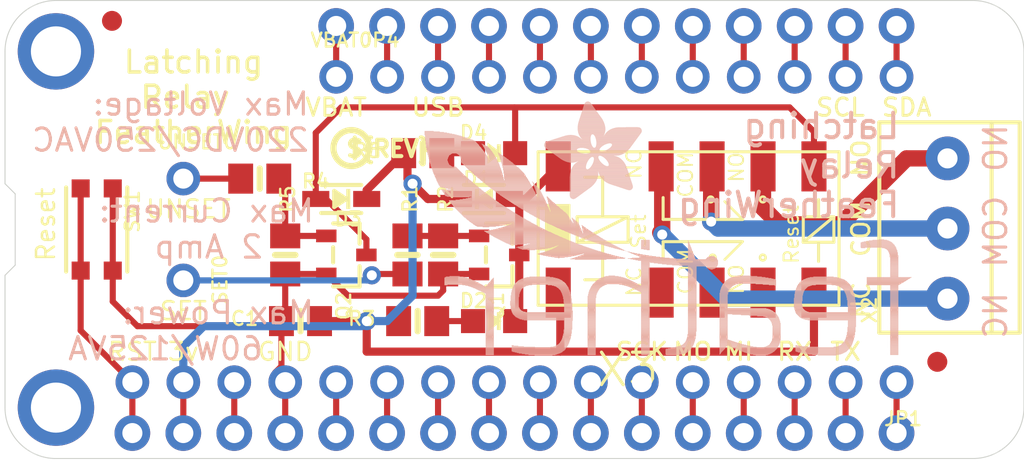
<source format=kicad_pcb>
(kicad_pcb (version 20221018) (generator pcbnew)
  (layers (0 "F.Cu" signal) (1 "In1.Cu" signal) (2 "In2.Cu" signal) (3 "In3.Cu" signal) (4 "In4.Cu" signal) (5 "In5.Cu" signal) (6 "In6.Cu" signal) (7 "In7.Cu" signal) (8 "In8.Cu" signal) (9 "In9.Cu" signal) (10 "In10.Cu" signal) (11 "In11.Cu" signal) (12 "In12.Cu" signal) (13 "In13.Cu" signal) (14 "In14.Cu" signal) (31 "B.Cu" signal) (34 "B.Paste" user) (35 "F.Paste" user) (36 "B.SilkS" user "B.Silkscreen") (37 "F.SilkS" user "F.Silkscreen") (38 "B.Mask" user) (39 "F.Mask" user) (44 "Edge.Cuts" user))
  (net 0 "")
  (net 1 "GND")
  (net 2 "SDA")
  (net 3 "SCL")
  (net 4 "VBAT")
  (net 5 "3.3V")
  (net 6 "N$14")
  (net 7 "USB")
  (net 8 "N$15")
  (net 9 "N$16")
  (net 10 "N$17")
  (net 11 "N$18")
  (net 12 "N$19")
  (net 13 "N$20")
  (net 14 "N$21")
  (net 15 "N$2")
  (net 16 "N$3")
  (net 17 "N$4")
  (net 18 "N$5")
  (net 19 "N$6")
  (net 20 "N$7")
  (net 21 "N$8")
  (net 22 "N$9")
  (net 23 "N$10")
  (net 24 "N$11")
  (net 25 "N$12")
  (net 26 "N$13")
  (net 27 "N$23")
  (net 28 "RESET")
  (net 29 "N$1")
  (net 30 "N$22")
  (net 31 "COM1")
  (net 32 "NO1")
  (net 33 "N$24")
  (net 34 "N$26")
  (net 35 "N$28")
  (net 36 "N$25")
  (net 37 "N$27")
  (net 38 "N$29")
  (net 39 "N$30")
  (footprint "working:1X01_ROUND" (layer "F.Cu") (at 131.9911 107.5436 -90)
    (fp_text reference "SET0" (at -1.3462 -1.8288 90) (layer "F.SilkS") (effects (font (size 0.692831 0.692831) (thickness 0.119969)) (justify right)))
    (fp_text value "")
    (pad "1" thru_hole circle (at 0 0) (size 1.6764 1.6764) (drill 1) (layers "*.Cu" "*.Mask") (net 33 "N$24"))
  )
  (footprint "working:CHIPLED_0805_NOOUTLINE" (layer "F.Cu") (at 147.4851 101.1936 -90)
    (fp_text reference "D4" (at -1.016 1.778) (layer "F.SilkS") (effects (font (size 0.692831 0.692831) (thickness 0.119969)) (justify left)))
    (fp_text value "RED")
    (pad "A" smd rect (at 0 1.05 270) (size 1.2 1.2) (layers "F.Cu" "F.Paste" "F.Mask") (net 39 "N$30"))
    (pad "C" smd rect (at 0 -1.05 270) (size 1.2 1.2) (layers "F.Cu" "F.Paste" "F.Mask") (net 36 "N$25"))
  )
  (footprint "working:0805-NO" (layer "F.Cu") (at 135.8011 102.4636)
    (fp_text reference "R4" (at 2.032 0.127) (layer "F.SilkS") (effects (font (size 0.692831 0.692831) (thickness 0.119969)) (justify left)))
    (fp_text value "1K")
    (pad "1" smd rect (at -0.95 0) (size 1.24 1.5) (layers "F.Cu" "F.Paste" "F.Mask") (net 38 "N$29"))
    (pad "2" smd rect (at 0.95 0) (size 1.24 1.5) (layers "F.Cu" "F.Paste" "F.Mask") (net 37 "N$27"))
  )
  (footprint "working:TERMBLOCK_1X3-3.5MM" (layer "F.Cu") (at 170.0911 105.0036 90)
    (fp_text reference "X2" (at -4.75 -3.89 90) (layer "F.SilkS") (effects (font (size 0.692831 0.692831) (thickness 0.119969)) (justify left)))
    (fp_text value "3.5mm")
    (pad "1" thru_hole circle (at 3.55 0 90) (size 2.1844 2.1844) (drill 1) (layers "*.Cu" "*.Mask") (net 32 "NO1"))
    (pad "2" thru_hole circle (at 0.05 0 90) (size 2.1844 2.1844) (drill 1) (layers "*.Cu" "*.Mask") (net 31 "COM1"))
    (pad "3" thru_hole circle (at -3.45 0 90) (size 2.1844 2.1844) (drill 1) (layers "*.Cu" "*.Mask") (net 35 "N$28"))
  )
  (footprint "working:0805-NO" (layer "F.Cu") (at 143.9291 101.1936 180)
    (fp_text reference "R6" (at 2.032 0.127) (layer "F.SilkS") (effects (font (size 0.692831 0.692831) (thickness 0.119969)) (justify right)))
    (fp_text value "1K")
    (pad "1" smd rect (at -0.95 0 180) (size 1.24 1.5) (layers "F.Cu" "F.Paste" "F.Mask") (net 39 "N$30"))
    (pad "2" smd rect (at 0.95 0 180) (size 1.24 1.5) (layers "F.Cu" "F.Paste" "F.Mask") (net 5 "3.3V"))
  )
  (footprint "working:0805-NO" (layer "F.Cu") (at 137.8331 109.5756 180)
    (fp_text reference "C1" (at 2.032 0.127) (layer "F.SilkS") (effects (font (size 0.692831 0.692831) (thickness 0.119969)) (justify right)))
    (fp_text value "10uF")
    (pad "1" smd rect (at -0.95 0 180) (size 1.24 1.5) (layers "F.Cu" "F.Paste" "F.Mask") (net 5 "3.3V"))
    (pad "2" smd rect (at 0.95 0 180) (size 1.24 1.5) (layers "F.Cu" "F.Paste" "F.Mask") (net 1 "GND"))
  )
  (footprint "working:SOT23-R" (layer "F.Cu") (at 140.1191 106.2736 -90)
    (fp_text reference "Q2" (at 1.778 0.127 90) (layer "F.SilkS") (effects (font (size 0.692831 0.692831) (thickness 0.119969)) (justify right)))
    (fp_text value "MMBT2222")
    (pad "1" smd rect (at -0.95 1 270) (size 0.635 1.016) (layers "F.Cu" "F.Paste" "F.Mask") (net 37 "N$27"))
    (pad "2" smd rect (at 0.95 1 270) (size 0.635 1.016) (layers "F.Cu" "F.Paste" "F.Mask") (net 1 "GND"))
    (pad "3" smd rect (at 0 -1 270) (size 0.635 1.016) (layers "F.Cu" "F.Paste" "F.Mask") (net 36 "N$25"))
  )
  (footprint "working:0805-NO" (layer "F.Cu") (at 143.1671 106.2736 90)
    (fp_text reference "R1" (at 2.032 0.127 90) (layer "F.SilkS") (effects (font (size 0.692831 0.692831) (thickness 0.119969)) (justify left)))
    (fp_text value "1K")
    (pad "1" smd rect (at -0.95 0 90) (size 1.24 1.5) (layers "F.Cu" "F.Paste" "F.Mask") (net 33 "N$24"))
    (pad "2" smd rect (at 0.95 0 90) (size 1.24 1.5) (layers "F.Cu" "F.Paste" "F.Mask") (net 30 "N$22"))
  )
  (footprint "working:FIDUCIAL_1MM" (layer "F.Cu") (at 169.5831 111.6076)
    (fp_text reference "FID3" hide)
    (fp_text value "FIDUCIAL\"\"" hide)
    (pad "1" smd roundrect (at 0 0) (size 1 1) (layers "F.Cu" "F.Mask") (roundrect_rratio 0.5))
  )
  (footprint "working:SOD-323" (layer "F.Cu") (at 146.9771 103.4796)
    (fp_text reference "D1" (at -1.1 -1) (layer "F.SilkS") (effects (font (size 0.692831 0.692831) (thickness 0.119969)) (justify left)))
    (fp_text value "1N4148")
    (pad "A" smd rect (at 1.27 0) (size 1.35 0.8) (layers "F.Cu" "F.Paste" "F.Mask") (net 29 "N$1"))
    (pad "C" smd rect (at -1.27 0) (size 1.35 0.8) (layers "F.Cu" "F.Paste" "F.Mask") (net 5 "3.3V"))
  )
  (footprint "working:1X01_ROUND" (layer "F.Cu") (at 139.6111 97.3836)
    (fp_text reference "VBAT0" (at -1.3462 -1.8288) (layer "F.SilkS") (effects (font (size 0.692831 0.692831) (thickness 0.119969)) (justify left)))
    (fp_text value "")
    (pad "1" thru_hole circle (at 0 0 90) (size 1.6764 1.6764) (drill 1) (layers "*.Cu" "*.Mask") (net 4 "VBAT"))
  )
  (footprint "working:0805-NO" (layer "F.Cu") (at 137.0711 106.2736 90)
    (fp_text reference "R5" (at 2.032 0.127 90) (layer "F.SilkS") (effects (font (size 0.692831 0.692831) (thickness 0.119969)) (justify left)))
    (fp_text value "10K")
    (pad "1" smd rect (at -0.95 0 90) (size 1.24 1.5) (layers "F.Cu" "F.Paste" "F.Mask") (net 1 "GND"))
    (pad "2" smd rect (at 0.95 0 90) (size 1.24 1.5) (layers "F.Cu" "F.Paste" "F.Mask") (net 37 "N$27"))
  )
  (footprint "working:FIDUCIAL_1MM" (layer "F.Cu") (at 128.4351 94.5896)
    (fp_text reference "FID2" hide)
    (fp_text value "FIDUCIAL\"\"" hide)
    (pad "1" smd roundrect (at 0 0) (size 1 1) (layers "F.Cu" "F.Mask") (roundrect_rratio 0.5))
  )
  (footprint "working:SOD-323" (layer "F.Cu") (at 139.8651 103.4796 180)
    (fp_text reference "D3" (at -1.1 -1) (layer "F.SilkS") (effects (font (size 0.692831 0.692831) (thickness 0.119969)) (justify right)))
    (fp_text value "1N4148")
    (pad "A" smd rect (at 1.27 0 180) (size 1.35 0.8) (layers "F.Cu" "F.Paste" "F.Mask") (net 36 "N$25"))
    (pad "C" smd rect (at -1.27 0 180) (size 1.35 0.8) (layers "F.Cu" "F.Paste" "F.Mask") (net 5 "3.3V"))
  )
  (footprint "working:1X01_ROUND" (layer "F.Cu") (at 131.9911 102.4636)
    (fp_text reference "UNSET0" (at -1.3462 -1.8288) (layer "F.SilkS") (effects (font (size 0.692831 0.692831) (thickness 0.119969)) (justify left)))
    (fp_text value "")
    (pad "1" thru_hole circle (at 0 0 90) (size 1.6764 1.6764) (drill 1) (layers "*.Cu" "*.Mask") (net 38 "N$29"))
  )
  (footprint "working:0805-NO" (layer "F.Cu") (at 143.6751 109.5756 180)
    (fp_text reference "R3" (at 2.032 0.127) (layer "F.SilkS") (effects (font (size 0.692831 0.692831) (thickness 0.119969)) (justify right)))
    (fp_text value "1K")
    (pad "1" smd rect (at -0.95 0 180) (size 1.24 1.5) (layers "F.Cu" "F.Paste" "F.Mask") (net 34 "N$26"))
    (pad "2" smd rect (at 0.95 0 180) (size 1.24 1.5) (layers "F.Cu" "F.Paste" "F.Mask") (net 5 "3.3V"))
  )
  (footprint "working:1X11_ROUND" (layer "F.Cu") (at 154.8511 97.3836)
    (fp_text reference "JP4" (at -14.0462 -1.8288) (layer "F.SilkS") (effects (font (size 0.692831 0.692831) (thickness 0.119969)) (justify left)))
    (fp_text value "")
    (pad "1" thru_hole circle (at -12.7 0 90) (size 1.6764 1.6764) (drill 1) (layers "*.Cu" "*.Mask") (net 6 "N$14"))
    (pad "2" thru_hole circle (at -10.16 0 90) (size 1.6764 1.6764) (drill 1) (layers "*.Cu" "*.Mask") (net 7 "USB"))
    (pad "3" thru_hole circle (at -7.62 0 90) (size 1.6764 1.6764) (drill 1) (layers "*.Cu" "*.Mask") (net 8 "N$15"))
    (pad "4" thru_hole circle (at -5.08 0 90) (size 1.6764 1.6764) (drill 1) (layers "*.Cu" "*.Mask") (net 9 "N$16"))
    (pad "5" thru_hole circle (at -2.54 0 90) (size 1.6764 1.6764) (drill 1) (layers "*.Cu" "*.Mask") (net 10 "N$17"))
    (pad "6" thru_hole circle (at 0 0 90) (size 1.6764 1.6764) (drill 1) (layers "*.Cu" "*.Mask") (net 11 "N$18"))
    (pad "7" thru_hole circle (at 2.54 0 90) (size 1.6764 1.6764) (drill 1) (layers "*.Cu" "*.Mask") (net 12 "N$19"))
    (pad "8" thru_hole circle (at 5.08 0 90) (size 1.6764 1.6764) (drill 1) (layers "*.Cu" "*.Mask") (net 13 "N$20"))
    (pad "9" thru_hole circle (at 7.62 0 90) (size 1.6764 1.6764) (drill 1) (layers "*.Cu" "*.Mask") (net 14 "N$21"))
    (pad "10" thru_hole circle (at 10.16 0 90) (size 1.6764 1.6764) (drill 1) (layers "*.Cu" "*.Mask") (net 3 "SCL"))
    (pad "11" thru_hole circle (at 12.7 0 90) (size 1.6764 1.6764) (drill 1) (layers "*.Cu" "*.Mask") (net 2 "SDA"))
  )
  (footprint "working:RELAY_EE2_LATCH" (layer "F.Cu") (at 156.8831 105.0036)
    (fp_text reference "X3" (at -4.38 7) (layer "F.SilkS") (effects (font (size 1.61798 1.61798) (thickness 0.16002)) (justify left)))
    (fp_text value "RELAY_LATCHINGEE2NUH")
    (fp_text user "NC" (at -2 -2.454 90) (layer "F.SilkS") (effects (font (size 0.715264 0.715264) (thickness 0.097536)) (justify left bottom)))
    (fp_text user "Set" (at -1.778 1.016 90) (layer "F.SilkS") (effects (font (size 0.715264 0.715264) (thickness 0.097536)) (justify left bottom)))
    (fp_text user "COM" (at 0.566 -1.526 90) (layer "F.SilkS") (effects (font (size 0.715264 0.715264) (thickness 0.097536)) (justify left bottom)))
    (fp_text user "NC" (at -2 3.4 90) (layer "F.SilkS") (effects (font (size 0.715264 0.715264) (thickness 0.097536)) (justify left bottom)))
    (fp_text user "COM" (at 0.566 3.3 90) (layer "F.SilkS") (effects (font (size 0.715264 0.715264) (thickness 0.097536)) (justify left bottom)))
    (fp_text user "Reset" (at 5.842 1.778 90) (layer "F.SilkS") (effects (font (size 0.715264 0.715264) (thickness 0.097536)) (justify left bottom)))
    (fp_text user "NO" (at 3.106 -2.288 90) (layer "F.SilkS") (effects (font (size 0.715264 0.715264) (thickness 0.097536)) (justify left bottom)))
    (fp_text user "NO" (at 3.106 3.3 90) (layer "F.SilkS") (effects (font (size 0.715264 0.715264) (thickness 0.097536)) (justify left bottom)))
    (pad "1" smd rect (at -6.2 3.15) (size 1.25 2.5) (layers "F.Cu" "F.Paste" "F.Mask") (net 5 "3.3V"))
    (pad "3" smd rect (at -1.07 3.15) (size 1.25 2.5) (layers "F.Cu" "F.Paste" "F.Mask"))
    (pad "4" smd rect (at 1.47 3.15) (size 1.25 2.5) (layers "F.Cu" "F.Paste" "F.Mask"))
    (pad "5" smd rect (at 4.01 3.15) (size 1.25 2.5) (layers "F.Cu" "F.Paste" "F.Mask"))
    (pad "6" smd rect (at 6.55 3.15) (size 1.25 2.5) (layers "F.Cu" "F.Paste" "F.Mask") (net 5 "3.3V"))
    (pad "7" smd rect (at 6.55 -3.15) (size 1.25 2.5) (layers "F.Cu" "F.Paste" "F.Mask") (net 36 "N$25"))
    (pad "8" smd rect (at 4.01 -3.15) (size 1.25 2.5) (layers "F.Cu" "F.Paste" "F.Mask") (net 32 "NO1"))
    (pad "9" smd rect (at 1.47 -3.15) (size 1.25 2.5) (layers "F.Cu" "F.Paste" "F.Mask") (net 31 "COM1"))
    (pad "10" smd rect (at -1.07 -3.15) (size 1.25 2.5) (layers "F.Cu" "F.Paste" "F.Mask") (net 35 "N$28"))
    (pad "12" smd rect (at -6.2 -3.15) (size 1.25 2.5) (layers "F.Cu" "F.Paste" "F.Mask") (net 29 "N$1"))
  )
  (footprint "working:0805-NO" (layer "F.Cu") (at 144.9451 106.2736 90)
    (fp_text reference "R2" (at 2.032 0.127 90) (layer "F.SilkS") (effects (font (size 0.692831 0.692831) (thickness 0.119969)) (justify left)))
    (fp_text value "10K")
    (pad "1" smd rect (at -0.95 0 90) (size 1.24 1.5) (layers "F.Cu" "F.Paste" "F.Mask") (net 1 "GND"))
    (pad "2" smd rect (at 0.95 0 90) (size 1.24 1.5) (layers "F.Cu" "F.Paste" "F.Mask") (net 30 "N$22"))
  )
  (footprint "working:MICROSHIELD" (layer "F.Cu") (at 123.1011 116.4336)
    (fp_text reference "MS1" hide)
    (fp_text value "MICROSHIELD" hide)
    (fp_line (start 0 -20.32) (end 0 -13.716) (stroke (width 0.05)) (layer "Edge.Cuts"))
    (fp_line (start 0 -13.716) (end 0.508 -13.208) (stroke (width 0.05)) (layer "Edge.Cuts"))
    (fp_line (start 0 -9.144) (end 0 -2.54) (stroke (width 0.05)) (layer "Edge.Cuts"))
    (fp_line (start 0.508 -13.208) (end 0.508 -9.652) (stroke (width 0.05)) (layer "Edge.Cuts"))
    (fp_line (start 0.508 -9.652) (end 0 -9.144) (stroke (width 0.05)) (layer "Edge.Cuts"))
    (fp_line (start 2.54 0) (end 48.26 0) (stroke (width 0.05)) (layer "Edge.Cuts"))
    (fp_line (start 48.26 -22.86) (end 2.54 -22.86) (stroke (width 0.05)) (layer "Edge.Cuts"))
    (fp_line (start 50.8 -2.54) (end 50.8 -20.32) (stroke (width 0.05)) (layer "Edge.Cuts"))
    (fp_arc (start 0 -20.32) (mid 0.743949 -22.116051) (end 2.54 -22.86) (stroke (width 0.05)) (layer "Edge.Cuts"))
    (fp_arc (start 2.54 0) (mid 0.743949 -0.743949) (end 0 -2.54) (stroke (width 0.05)) (layer "Edge.Cuts"))
    (fp_arc (start 48.26 -22.86) (mid 50.056051 -22.116051) (end 50.8 -20.32) (stroke (width 0.05)) (layer "Edge.Cuts"))
    (fp_arc (start 50.8 -2.54) (mid 50.056051 -0.743949) (end 48.26 0) (stroke (width 0.05)) (layer "Edge.Cuts"))
    (pad "" np_thru_hole circle (at 48.26 -20.32) (size 2.54 2.54) (drill 2.54) (layers "*.Cu" "*.Mask"))
    (pad "" np_thru_hole circle (at 48.514 -2.286) (size 2.54 2.54) (drill 2.54) (layers "*.Cu" "*.Mask"))
    (pad "1" thru_hole circle (at 6.35 -1.27) (size 1.778 1.778) (drill 1) (layers "*.Cu" "*.Mask") (net 28 "RESET"))
    (pad "2" thru_hole circle (at 8.89 -1.27) (size 1.778 1.778) (drill 1) (layers "*.Cu" "*.Mask") (net 5 "3.3V"))
    (pad "3" thru_hole circle (at 11.43 -1.27) (size 1.778 1.778) (drill 1) (layers "*.Cu" "*.Mask") (net 27 "N$23"))
    (pad "4" thru_hole circle (at 13.97 -1.27) (size 1.778 1.778) (drill 1) (layers "*.Cu" "*.Mask") (net 1 "GND"))
    (pad "5" thru_hole circle (at 16.51 -1.27) (size 1.778 1.778) (drill 1) (layers "*.Cu" "*.Mask") (net 26 "N$13"))
    (pad "6" thru_hole circle (at 19.05 -1.27) (size 1.778 1.778) (drill 1) (layers "*.Cu" "*.Mask") (net 25 "N$12"))
    (pad "7" thru_hole circle (at 21.59 -1.27) (size 1.778 1.778) (drill 1) (layers "*.Cu" "*.Mask") (net 24 "N$11"))
    (pad "8" thru_hole circle (at 24.13 -1.27) (size 1.778 1.778) (drill 1) (layers "*.Cu" "*.Mask") (net 23 "N$10"))
    (pad "9" thru_hole circle (at 26.67 -1.27) (size 1.778 1.778) (drill 1) (layers "*.Cu" "*.Mask") (net 22 "N$9"))
    (pad "10" thru_hole circle (at 29.21 -1.27) (size 1.778 1.778) (drill 1) (layers "*.Cu" "*.Mask") (net 21 "N$8"))
    (pad "11" thru_hole circle (at 31.75 -1.27) (size 1.778 1.778) (drill 1) (layers "*.Cu" "*.Mask") (net 20 "N$7"))
    (pad "12" thru_hole circle (at 34.29 -1.27) (size 1.778 1.778) (drill 1) (layers "*.Cu" "*.Mask") (net 19 "N$6"))
    (pad "13" thru_hole circle (at 36.83 -1.27) (size 1.778 1.778) (drill 1) (layers "*.Cu" "*.Mask") (net 18 "N$5"))
    (pad "14" thru_hole circle (at 39.37 -1.27) (size 1.778 1.778) (drill 1) (layers "*.Cu" "*.Mask") (net 17 "N$4"))
    (pad "15" thru_hole circle (at 41.91 -1.27) (size 1.778 1.778) (drill 1) (layers "*.Cu" "*.Mask") (net 16 "N$3"))
    (pad "16" thru_hole circle (at 44.45 -1.27) (size 1.778 1.778) (drill 1) (layers "*.Cu" "*.Mask") (net 15 "N$2"))
    (pad "17" thru_hole circle (at 44.45 -21.59) (size 1.778 1.778) (drill 1) (layers "*.Cu" "*.Mask") (net 2 "SDA"))
    (pad "18" thru_hole circle (at 41.91 -21.59) (size 1.778 1.778) (drill 1) (layers "*.Cu" "*.Mask") (net 3 "SCL"))
    (pad "19" thru_hole circle (at 39.37 -21.59) (size 1.778 1.778) (drill 1) (layers "*.Cu" "*.Mask") (net 14 "N$21"))
    (pad "20" thru_hole circle (at 36.83 -21.59) (size 1.778 1.778) (drill 1) (layers "*.Cu" "*.Mask") (net 13 "N$20"))
    (pad "21" thru_hole circle (at 34.29 -21.59) (size 1.778 1.778) (drill 1) (layers "*.Cu" "*.Mask") (net 12 "N$19"))
    (pad "22" thru_hole circle (at 31.75 -21.59) (size 1.778 1.778) (drill 1) (layers "*.Cu" "*.Mask") (net 11 "N$18"))
    (pad "23" thru_hole circle (at 29.21 -21.59) (size 1.778 1.778) (drill 1) (layers "*.Cu" "*.Mask") (net 10 "N$17"))
    (pad "24" thru_hole circle (at 26.67 -21.59) (size 1.778 1.778) (drill 1) (layers "*.Cu" "*.Mask") (net 9 "N$16"))
    (pad "25" thru_hole circle (at 24.13 -21.59) (size 1.778 1.778) (drill 1) (layers "*.Cu" "*.Mask") (net 8 "N$15"))
    (pad "26" thru_hole circle (at 21.59 -21.59) (size 1.778 1.778) (drill 1) (layers "*.Cu" "*.Mask") (net 7 "USB"))
    (pad "27" thru_hole circle (at 19.05 -21.59) (size 1.778 1.778) (drill 1) (layers "*.Cu" "*.Mask") (net 6 "N$14"))
    (pad "28" thru_hole circle (at 16.51 -21.59) (size 1.778 1.778) (drill 1) (layers "*.Cu" "*.Mask") (net 4 "VBAT"))
    (pad "P$1" thru_hole circle (at 2.54 -20.32) (size 3.81 3.81) (drill 2.5) (layers "*.Cu" "*.Mask"))
    (pad "P$2" thru_hole circle (at 2.54 -2.54) (size 3.81 3.81) (drill 2.5) (layers "*.Cu" "*.Mask"))
  )
  (footprint "working:1X16_ROUND" (layer "F.Cu") (at 148.5011 112.6236 180)
    (fp_text reference "JP1" (at -20.3962 -1.8288) (layer "F.SilkS") (effects (font (size 0.692831 0.692831) (thickness 0.119969)) (justify right)))
    (fp_text value "")
    (pad "1" thru_hole circle (at -19.05 0 270) (size 1.6764 1.6764) (drill 1) (layers "*.Cu" "*.Mask") (net 15 "N$2"))
    (pad "2" thru_hole circle (at -16.51 0 270) (size 1.6764 1.6764) (drill 1) (layers "*.Cu" "*.Mask") (net 16 "N$3"))
    (pad "3" thru_hole circle (at -13.97 0 270) (size 1.6764 1.6764) (drill 1) (layers "*.Cu" "*.Mask") (net 17 "N$4"))
    (pad "4" thru_hole circle (at -11.43 0 270) (size 1.6764 1.6764) (drill 1) (layers "*.Cu" "*.Mask") (net 18 "N$5"))
    (pad "5" thru_hole circle (at -8.89 0 270) (size 1.6764 1.6764) (drill 1) (layers "*.Cu" "*.Mask") (net 19 "N$6"))
    (pad "6" thru_hole circle (at -6.35 0 270) (size 1.6764 1.6764) (drill 1) (layers "*.Cu" "*.Mask") (net 20 "N$7"))
    (pad "7" thru_hole circle (at -3.81 0 270) (size 1.6764 1.6764) (drill 1) (layers "*.Cu" "*.Mask") (net 21 "N$8"))
    (pad "8" thru_hole circle (at -1.27 0 270) (size 1.6764 1.6764) (drill 1) (layers "*.Cu" "*.Mask") (net 22 "N$9"))
    (pad "9" thru_hole circle (at 1.27 0 270) (size 1.6764 1.6764) (drill 1) (layers "*.Cu" "*.Mask") (net 23 "N$10"))
    (pad "10" thru_hole circle (at 3.81 0 270) (size 1.6764 1.6764) (drill 1) (layers "*.Cu" "*.Mask") (net 24 "N$11"))
    (pad "11" thru_hole circle (at 6.35 0 270) (size 1.6764 1.6764) (drill 1) (layers "*.Cu" "*.Mask") (net 25 "N$12"))
    (pad "12" thru_hole circle (at 8.89 0 270) (size 1.6764 1.6764) (drill 1) (layers "*.Cu" "*.Mask") (net 26 "N$13"))
    (pad "13" thru_hole circle (at 11.43 0 270) (size 1.6764 1.6764) (drill 1) (layers "*.Cu" "*.Mask") (net 1 "GND"))
    (pad "14" thru_hole circle (at 13.97 0 270) (size 1.6764 1.6764) (drill 1) (layers "*.Cu" "*.Mask") (net 27 "N$23"))
    (pad "15" thru_hole circle (at 16.51 0 270) (size 1.6764 1.6764) (drill 1) (layers "*.Cu" "*.Mask") (net 5 "3.3V"))
    (pad "16" thru_hole circle (at 19.05 0 270) (size 1.6764 1.6764) (drill 1) (layers "*.Cu" "*.Mask") (net 28 "RESET"))
  )
  (footprint "working:BTN_KMR2_4.6X2.8" (layer "F.Cu") (at 127.6731 105.0036 -90)
    (fp_text reference "SW1" (at -2.032 -1.778 90) (layer "F.SilkS") (effects (font (size 0.692831 0.692831) (thickness 0.119969)) (justify right)))
    (fp_text value "kmr2")
    (pad "A" smd rect (at 2.05 -0.8 270) (size 0.9 0.9) (layers "F.Cu" "F.Paste" "F.Mask") (net 1 "GND"))
    (pad "A'" smd rect (at -2.05 -0.8 270) (size 0.9 0.9) (layers "F.Cu" "F.Paste" "F.Mask") (net 1 "GND"))
    (pad "B" smd rect (at 2.05 0.8 270) (size 0.9 0.9) (layers "F.Cu" "F.Paste" "F.Mask") (net 28 "RESET"))
    (pad "B'" smd rect (at -2.05 0.8 270) (size 0.9 0.9) (layers "F.Cu" "F.Paste" "F.Mask") (net 28 "RESET"))
  )
  (footprint "working:SOT23-R" (layer "F.Cu") (at 147.7391 106.2736 -90)
    (fp_text reference "Q1" (at 1.778 0.127 90) (layer "F.SilkS") (effects (font (size 0.692831 0.692831) (thickness 0.119969)) (justify right)))
    (fp_text value "MMBT2222")
    (pad "1" smd rect (at -0.95 1 270) (size 0.635 1.016) (layers "F.Cu" "F.Paste" "F.Mask") (net 30 "N$22"))
    (pad "2" smd rect (at 0.95 1 270) (size 0.635 1.016) (layers "F.Cu" "F.Paste" "F.Mask") (net 1 "GND"))
    (pad "3" smd rect (at 0 -1 270) (size 0.635 1.016) (layers "F.Cu" "F.Paste" "F.Mask") (net 29 "N$1"))
  )
  (footprint "working:CHIPLED_0805_NOOUTLINE" (layer "F.Cu") (at 147.4851 109.5756 -90)
    (fp_text reference "D2" (at -1.016 1.778) (layer "F.SilkS") (effects (font (size 0.692831 0.692831) (thickness 0.119969)) (justify left)))
    (fp_text value "GREEN")
    (pad "A" smd rect (at 0 1.05 270) (size 1.2 1.2) (layers "F.Cu" "F.Paste" "F.Mask") (net 34 "N$26"))
    (pad "C" smd rect (at 0 -1.05 270) (size 1.2 1.2) (layers "F.Cu" "F.Paste" "F.Mask") (net 29 "N$1"))
  )
  (footprint "working:PCBFEAT-REV-040" (layer "F.Cu") (at 140.3731 100.9396)
    (fp_text reference "U$8" hide)
    (fp_text value "" hide)
    (fp_text user "${REV}" (at -0.3556 0.508) (layer "F.SilkS") (effects (font (size 0.8128 0.8128) (thickness 0.2032)) (justify left bottom)))
  )
  (footprint "working:FEATHERLOGO" (layer "B.Cu") (at 168.3131 111.3536 180)
    (fp_text reference "U$6" hide)
    (fp_text value "" hide)
  )
  (footprint "working:ADAFRUIT_5MM" (layer "B.Cu") (at 154.8511 103.4796 180)
    (fp_text reference "U$9" hide)
    (fp_text value "" hide)
  )
  (gr_text "NC" (at 173.1391 108.0516 -270) (layer "B.SilkS") (effects (font (size 1.1176 1.1176) (thickness 0.1524)) (justify left bottom mirror)))
  (gr_text "NO" (at 173.1391 99.6696 -270) (layer "B.SilkS") (effects (font (size 1.1176 1.1176) (thickness 0.1524)) (justify left bottom mirror)))
  (gr_text "Max Current:\n   2 Amp" (at 138.5951 106.5276) (layer "B.SilkS") (effects (font (size 1.1176 1.1176) (thickness 0.1524)) (justify left bottom mirror)))
  (gr_text "COM" (at 173.1391 103.2256 -270) (layer "B.SilkS") (effects (font (size 1.1176 1.1176) (thickness 0.1524)) (justify left bottom mirror)))
  (gr_text "Max Power:\n   60W/125VA" (at 138.5951 111.6076) (layer "B.SilkS") (effects (font (size 1.1176 1.1176) (thickness 0.1524)) (justify left bottom mirror)))
  (gr_text "Latching \nRelay \nFeatherWing" (at 167.8051 104.4956) (layer "B.SilkS") (effects (font (size 1.223264 1.223264) (thickness 0.199136)) (justify left bottom mirror)))
  (gr_text "Max Voltage:\n220VDC/250VAC" (at 138.3411 101.1936) (layer "B.SilkS") (effects (font (size 1.1176 1.1176) (thickness 0.1524)) (justify left bottom mirror)))
  (gr_text "NO" (at 165.2651 100.4316 90) (layer "F.SilkS") (effects (font (size 0.87376 0.87376) (thickness 0.14224)) (justify right top)))
  (gr_text "VBAT" (at 139.6111 98.9076) (layer "F.SilkS") (effects (font (size 0.87376 0.87376) (thickness 0.14224))))
  (gr_text "USB" (at 144.6911 98.9076) (layer "F.SilkS") (effects (font (size 0.87376 0.87376) (thickness 0.14224))))
  (gr_text "MI" (at 159.6771 111.0996) (layer "F.SilkS") (effects (font (size 0.87376 0.87376) (thickness 0.14224))))
  (gr_text "RX" (at 162.4711 111.0996) (layer "F.SilkS") (effects (font (size 0.87376 0.87376) (thickness 0.14224))))
  (gr_text "3v" (at 131.9911 111.0996) (layer "F.SilkS") (effects (font (size 0.89408 0.89408) (thickness 0.12192))))
  (gr_text "SCL" (at 164.7571 98.9076) (layer "F.SilkS") (effects (font (size 0.87376 0.87376) (thickness 0.14224))))
  (gr_text "Reset" (at 125.1331 104.7496 90) (layer "F.SilkS") (effects (font (size 0.89408 0.89408) (thickness 0.12192))))
  (gr_text "Latching\nRelay \nFeatherWing" (at 132.4991 98.3996) (layer "F.SilkS") (effects (font (size 1.0922 1.0922) (thickness 0.1778))))
  (gr_text "SCK" (at 154.8511 111.0996) (layer "F.SilkS") (effects (font (size 0.87376 0.87376) (thickness 0.14224))))
  (gr_text "TX" (at 165.0111 111.0996) (layer "F.SilkS") (effects (font (size 0.87376 0.87376) (thickness 0.14224))))
  (gr_text "GND" (at 137.0711 111.0996) (layer "F.SilkS") (effects (font (size 0.89408 0.89408) (thickness 0.12192))))
  (gr_text "NC" (at 165.2651 107.5436 90) (layer "F.SilkS") (effects (font (size 0.87376 0.87376) (thickness 0.14224)) (justify right top)))
  (gr_text "UNSET" (at 132.2451 103.9876) (layer "F.SilkS") (effects (font (size 0.89408 0.89408) (thickness 0.12192))))
  (gr_text "COM" (at 165.2651 103.4796 90) (layer "F.SilkS") (effects (font (size 0.87376 0.87376) (thickness 0.14224)) (justify right top)))
  (gr_text "SET" (at 131.9911 109.0676) (layer "F.SilkS") (effects (font (size 0.89408 0.89408) (thickness 0.12192))))
  (gr_text "MO" (at 157.3911 111.0996) (layer "F.SilkS") (effects (font (size 0.87376 0.87376) (thickness 0.14224))))
  (gr_text "RST" (at 129.4511 111.0996) (layer "F.SilkS") (effects (font (size 0.89408 0.89408) (thickness 0.12192))))
  (gr_text "SDA" (at 168.0591 98.9076) (layer "F.SilkS") (effects (font (size 0.87376 0.87376) (thickness 0.14224))))
  (segment (start 136.5811 112.1336) (end 136.8831 111.8316) (width 0.3048) (layer "F.Cu") (net 1))
  (segment (start 129.7051 109.8296) (end 136.6291 109.8296) (width 0.3048) (layer "F.Cu") (net 1))
  (segment (start 137.0711 109.3876) (end 137.0711 107.2236) (width 0.3048) (layer "F.Cu") (net 1))
  (segment (start 136.5811 112.1336) (end 137.0711 112.6236) (width 0.3048) (layer "F.Cu") (net 1))
  (segment (start 137.0711 107.2236) (end 139.1191 107.2236) (width 0.3048) (layer "F.Cu") (net 1))
  (segment (start 128.4731 107.0536) (end 128.4731 108.5976) (width 0.3048) (layer "F.Cu") (net 1))
  (segment (start 136.8831 111.8316) (end 136.8831 109.5756) (width 0.3048) (layer "F.Cu") (net 1))
  (segment (start 144.6911 108.3056) (end 144.9451 108.0516) (width 0.3048) (layer "F.Cu") (net 1))
  (segment (start 140.2011 108.3056) (end 144.6911 108.3056) (width 0.3048) (layer "F.Cu") (net 1))
  (segment (start 137.0711 115.1636) (end 137.0711 112.6236) (width 0.3048) (layer "F.Cu") (net 1))
  (segment (start 136.8831 109.5756) (end 137.0711 109.3876) (width 0.3048) (layer "F.Cu") (net 1))
  (segment (start 144.9451 108.0516) (end 144.9451 107.2236) (width 0.3048) (layer "F.Cu") (net 1))
  (segment (start 128.4731 107.0536) (end 128.4731 102.9536) (width 0.3048) (layer "F.Cu") (net 1))
  (segment (start 146.7391 107.2236) (end 144.9451 107.2236) (width 0.3048) (layer "F.Cu") (net 1))
  (segment (start 128.4731 108.5976) (end 129.7051 109.8296) (width 0.3048) (layer "F.Cu") (net 1))
  (segment (start 136.6291 109.8296) (end 136.8831 109.5756) (width 0.3048) (layer "F.Cu") (net 1))
  (segment (start 139.1191 107.2236) (end 140.2011 108.3056) (width 0.3048) (layer "F.Cu") (net 1))
  (segment (start 167.5511 94.8436) (end 167.5511 97.3836) (width 0.3048) (layer "F.Cu") (net 2))
  (segment (start 165.0111 97.3836) (end 165.0111 94.8436) (width 0.3048) (layer "F.Cu") (net 3))
  (segment (start 139.6111 94.8436) (end 139.6111 97.3836) (width 0.3048) (layer "F.Cu") (net 4))
  (segment (start 150.7871 111.0996) (end 150.7871 108.1536) (width 0.4064) (layer "F.Cu") (net 5))
  (segment (start 150.7871 108.1536) (end 150.6831 108.1536) (width 0.4064) (layer "F.Cu") (net 5))
  (segment (start 163.4331 111.0996) (end 150.7871 111.0996) (width 0.4064) (layer "F.Cu") (net 5))
  (segment (start 141.1351 103.0376) (end 142.9791 101.1936) (width 0.4064) (layer "F.Cu") (net 5))
  (segment (start 141.1351 103.4796) (end 141.1351 103.0376) (width 0.4064) (layer "F.Cu") (net 5))
  (segment (start 143.1671 102.4636) (end 143.1671 101.3816) (width 0.4064) (layer "F.Cu") (net 5))
  (segment (start 144.1831 103.4796) (end 143.4211 102.7176) (width 0.4064) (layer "F.Cu") (net 5))
  (segment (start 143.1671 101.3816) (end 142.9791 101.1936) (width 0.3048) (layer "F.Cu") (net 5))
  (segment (start 141.1351 109.5756) (end 138.7831 109.5756) (width 0.4064) (layer "F.Cu") (net 5))
  (segment (start 141.1351 111.0996) (end 141.1351 109.5756) (width 0.4064) (layer "F.Cu") (net 5))
  (segment (start 163.4331 108.1536) (end 163.4331 111.0996) (width 0.4064) (layer "F.Cu") (net 5))
  (segment (start 142.7251 109.5756) (end 141.1351 109.5756) (width 0.3048) (layer "F.Cu") (net 5))
  (segment (start 143.4211 102.7176) (end 143.1671 102.4636) (width 0.4064) (layer "F.Cu") (net 5))
  (segment (start 145.7071 103.4796) (end 144.1831 103.4796) (width 0.4064) (layer "F.Cu") (net 5))
  (segment (start 131.9911 112.6236) (end 131.9911 115.1636) (width 0.3048) (layer "F.Cu") (net 5))
  (segment (start 150.7871 111.0996) (end 141.1351 111.0996) (width 0.4064) (layer "F.Cu") (net 5))
  (via (at 143.4211 102.7176) (size 0.9064) (drill 0.5) (layers "F.Cu" "B.Cu") (net 5))
  (via (at 141.1351 109.5756) (size 0.9064) (drill 0.5) (layers "F.Cu" "B.Cu") (net 5))
  (segment (start 140.8811 109.8296) (end 141.1351 109.5756) (width 0.3048) (layer "B.Cu") (net 5))
  (segment (start 143.4211 102.7176) (end 143.4211 108.3056) (width 0.4064) (layer "B.Cu") (net 5))
  (segment (start 131.9911 110.8456) (end 133.0071 109.8296) (width 0.4064) (layer "B.Cu") (net 5))
  (segment (start 133.0071 109.8296) (end 140.8811 109.8296) (width 0.4064) (layer "B.Cu") (net 5))
  (segment (start 143.4211 108.3056) (end 142.1511 109.5756) (width 0.4064) (layer "B.Cu") (net 5))
  (segment (start 142.1511 109.5756) (end 141.1351 109.5756) (width 0.4064) (layer "B.Cu") (net 5))
  (segment (start 131.9911 112.6236) (end 131.9911 110.8456) (width 0.4064) (layer "B.Cu") (net 5))
  (segment (start 142.1511 97.3836) (end 142.1511 94.8436) (width 0.3048) (layer "F.Cu") (net 6))
  (segment (start 144.6911 97.3836) (end 144.6911 94.8436) (width 0.3048) (layer "F.Cu") (net 7))
  (segment (start 147.2311 97.3836) (end 147.2311 94.8436) (width 0.3048) (layer "F.Cu") (net 8))
  (segment (start 149.7711 97.3836) (end 149.7711 94.8436) (width 0.3048) (layer "F.Cu") (net 9))
  (segment (start 152.3111 97.3836) (end 152.3111 94.8436) (width 0.3048) (layer "F.Cu") (net 10))
  (segment (start 154.8511 97.3836) (end 154.8511 94.8436) (width 0.3048) (layer "F.Cu") (net 11))
  (segment (start 157.3911 97.3836) (end 157.3911 94.8436) (width 0.3048) (layer "F.Cu") (net 12))
  (segment (start 159.9311 97.3836) (end 159.9311 94.8436) (width 0.3048) (layer "F.Cu") (net 13))
  (segment (start 162.4711 97.3836) (end 162.4711 94.8436) (width 0.3048) (layer "F.Cu") (net 14))
  (segment (start 167.5511 112.6236) (end 167.5511 115.1636) (width 0.3048) (layer "F.Cu") (net 15))
  (segment (start 165.0111 112.6236) (end 165.0111 115.1636) (width 0.3048) (layer "F.Cu") (net 16))
  (segment (start 162.4711 115.1636) (end 162.4711 112.6236) (width 0.3048) (layer "F.Cu") (net 17))
  (segment (start 159.9311 112.6236) (end 159.9311 115.1636) (width 0.3048) (layer "F.Cu") (net 18))
  (segment (start 157.3911 115.1636) (end 157.3911 112.6236) (width 0.3048) (layer "F.Cu") (net 19))
  (segment (start 154.8511 112.6236) (end 154.8511 115.1636) (width 0.3048) (layer "F.Cu") (net 20))
  (segment (start 152.3111 115.1636) (end 152.3111 112.6236) (width 0.3048) (layer "F.Cu") (net 21))
  (segment (start 149.7711 115.1636) (end 149.7711 112.6236) (width 0.3048) (layer "F.Cu") (net 22))
  (segment (start 147.2311 112.6236) (end 147.2311 115.1636) (width 0.3048) (layer "F.Cu") (net 23))
  (segment (start 144.6911 115.1636) (end 144.6911 112.6236) (width 0.3048) (layer "F.Cu") (net 24))
  (segment (start 142.1511 115.1636) (end 142.1511 112.6236) (width 0.3048) (layer "F.Cu") (net 25))
  (segment (start 139.6111 115.1636) (end 139.6111 112.6236) (width 0.3048) (layer "F.Cu") (net 26))
  (segment (start 134.5311 115.1636) (end 134.5311 112.6236) (width 0.3048) (layer "F.Cu") (net 27))
  (segment (start 129.4511 112.6236) (end 129.4511 115.1636) (width 0.3048) (layer "F.Cu") (net 28))
  (segment (start 126.8731 110.0456) (end 129.4511 112.6236) (width 0.3048) (layer "F.Cu") (net 28))
  (segment (start 126.8731 107.0536) (end 126.8731 110.0456) (width 0.3048) (layer "F.Cu") (net 28))
  (segment (start 126.8731 102.9536) (end 126.8731 107.0536) (width 0.3048) (layer "F.Cu") (net 28))
  (segment (start 148.7391 109.3716) (end 148.7391 106.2736) (width 0.4064) (layer "F.Cu") (net 29))
  (segment (start 148.7551 103.4796) (end 149.0571 103.4796) (width 0.4064) (layer "F.Cu") (net 29))
  (segment (start 148.7391 103.4956) (end 148.7551 103.4796) (width 0.4064) (layer "F.Cu") (net 29))
  (segment (start 148.7391 106.2736) (end 148.7391 103.4956) (width 0.4064) (layer "F.Cu") (net 29))
  (segment (start 148.5351 109.5756) (end 148.7391 109.3716) (width 0.4064) (layer "F.Cu") (net 29))
  (segment (start 149.0571 103.4796) (end 150.6831 101.8536) (width 0.4064) (layer "F.Cu") (net 29))
  (segment (start 148.2471 103.4796) (end 148.7551 103.4796) (width 0.4064) (layer "F.Cu") (net 29))
  (segment (start 144.9451 105.3236) (end 146.7391 105.3236) (width 0.3048) (layer "F.Cu") (net 30))
  (segment (start 144.9451 105.3236) (end 143.1671 105.3236) (width 0.3048) (layer "F.Cu") (net 30))
  (segment (start 158.3531 101.8536) (end 158.3071 101.8536) (width 0.8128) (layer "F.Cu") (net 31))
  (segment (start 158.3071 101.8536) (end 158.3071 104.608832) (width 0.8128) (layer "F.Cu") (net 31))
  (via (at 158.3071 104.608832) (size 0.9064) (drill 0.5) (layers "F.Cu" "B.Cu") (net 31))
  (segment (start 158.651868 104.9536) (end 170.0911 104.9536) (width 0.8128) (layer "B.Cu") (net 31))
  (segment (start 158.3071 104.608832) (end 158.651868 104.9536) (width 0.8128) (layer "B.Cu") (net 31))
  (segment (start 168.0531 101.4536) (end 170.0911 101.4536) (width 0.8128) (layer "F.Cu") (net 32))
  (segment (start 161.7091 104.7496) (end 164.7571 104.7496) (width 0.8128) (layer "F.Cu") (net 32))
  (segment (start 164.7571 104.7496) (end 168.0531 101.4536) (width 0.8128) (layer "F.Cu") (net 32))
  (segment (start 160.8931 101.8536) (end 160.8931 103.9336) (width 0.8128) (layer "F.Cu") (net 32))
  (segment (start 160.8931 103.9336) (end 161.7091 104.7496) (width 0.8128) (layer "F.Cu") (net 32))
  (segment (start 141.3891 107.2896) (end 141.4551 107.2236) (width 0.3048) (layer "F.Cu") (net 33))
  (segment (start 141.4551 107.2236) (end 143.1671 107.2236) (width 0.3048) (layer "F.Cu") (net 33))
  (via (at 141.3891 107.2896) (size 0.9064) (drill 0.5) (layers "F.Cu" "B.Cu") (net 33))
  (segment (start 131.9911 107.5436) (end 141.1351 107.5436) (width 0.3048) (layer "B.Cu") (net 33))
  (segment (start 141.1351 107.5436) (end 141.3891 107.2896) (width 0.3048) (layer "B.Cu") (net 33))
  (segment (start 144.6251 109.5756) (end 146.4351 109.5756) (width 0.3048) (layer "F.Cu") (net 34))
  (segment (start 155.8131 101.8536) (end 155.8671 101.8536) (width 0.8128) (layer "F.Cu") (net 35))
  (segment (start 155.7671 105.1576) (end 155.8671 105.2576) (width 0.8128) (layer "F.Cu") (net 35))
  (segment (start 155.8671 101.8536) (end 155.8671 105.2576) (width 0.8128) (layer "F.Cu") (net 35))
  (via (at 155.8671 105.2576) (size 0.9064) (drill 0.5) (layers "F.Cu" "B.Cu") (net 35))
  (segment (start 159.0631 108.4536) (end 170.0911 108.4536) (width 0.8128) (layer "B.Cu") (net 35))
  (segment (start 155.8671 105.2576) (end 159.0631 108.4536) (width 0.8128) (layer "B.Cu") (net 35))
  (segment (start 139.8651 98.9076) (end 138.5951 100.1776) (width 0.3048) (layer "F.Cu") (net 36))
  (segment (start 163.4331 100.1236) (end 163.4331 101.8536) (width 0.3048) (layer "F.Cu") (net 36))
  (segment (start 148.5011 98.9076) (end 139.8651 98.9076) (width 0.3048) (layer "F.Cu") (net 36))
  (segment (start 138.5951 100.1776) (end 138.5951 103.4796) (width 0.3048) (layer "F.Cu") (net 36))
  (segment (start 162.2171 98.9076) (end 163.4331 100.1236) (width 0.3048) (layer "F.Cu") (net 36))
  (segment (start 148.5351 101.1936) (end 148.5351 98.9416) (width 0.3048) (layer "F.Cu") (net 36))
  (segment (start 141.1191 105.4956) (end 141.1191 106.2736) (width 0.3048) (layer "F.Cu") (net 36))
  (segment (start 138.5951 103.4796) (end 139.1031 103.4796) (width 0.3048) (layer "F.Cu") (net 36))
  (segment (start 148.5351 98.9416) (end 148.5011 98.9076) (width 0.3048) (layer "F.Cu") (net 36))
  (segment (start 148.5011 98.9076) (end 162.2171 98.9076) (width 0.3048) (layer "F.Cu") (net 36))
  (segment (start 139.1031 103.4796) (end 141.1191 105.4956) (width 0.3048) (layer "F.Cu") (net 36))
  (segment (start 137.0711 105.3236) (end 137.0711 102.7836) (width 0.3048) (layer "F.Cu") (net 37))
  (segment (start 139.1191 105.3236) (end 137.0711 105.3236) (width 0.3048) (layer "F.Cu") (net 37))
  (segment (start 137.0711 102.7836) (end 136.7511 102.4636) (width 0.3048) (layer "F.Cu") (net 37))
  (segment (start 131.9911 102.4636) (end 134.8511 102.4636) (width 0.3048) (layer "F.Cu") (net 38))
  (segment (start 144.8791 101.1936) (end 146.4351 101.1936) (width 0.3048) (layer "F.Cu") (net 39))
)
</source>
